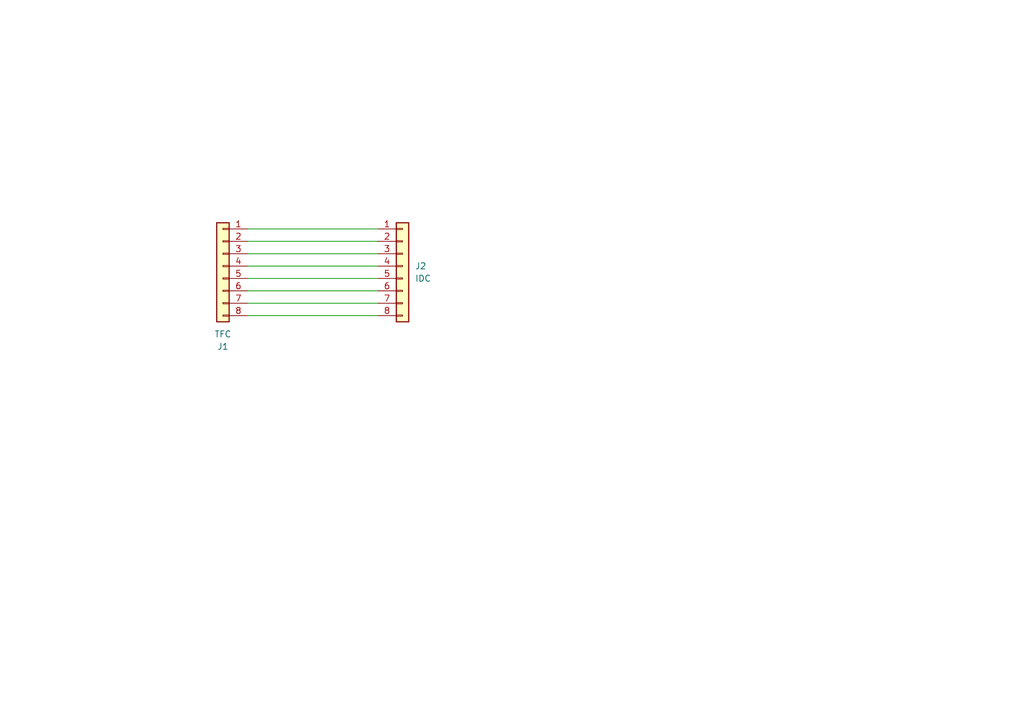
<source format=kicad_sch>
(kicad_sch (version 20250114) (generator "eeschema") (generator_version "9.0")
  (paper "A5")
  (title_block (title "8-pin TFC to IDC") (date "27/Jul/2025") (rev "WIP") (company "Brett Hallen") (comment 1 "www.youtube.com/@Brfff"))
  (lib_symbols
    (symbol "Connector_Generic:Conn_01x08" (pin_names (offset 1.016) (hide yes))
      (property "Reference" "J" (at 0 10.16 0))
      (property "Value" "Conn_01x08" (at 0 -12.7 0))
      (symbol "Conn_01x08_1_1"
        (rectangle (start -1.27 8.89) (end 1.27 -11.43) (stroke (width 0.254)) (fill (type background)))
        (rectangle (start -1.27 7.747) (end 0 7.493) (stroke (width 0.1524)))
        (rectangle (start -1.27 5.207) (end 0 4.953) (stroke (width 0.1524)))
        (rectangle (start -1.27 2.667) (end 0 2.413) (stroke (width 0.1524)))
        (rectangle (start -1.27 0.127) (end 0 -0.127) (stroke (width 0.1524)))
        (rectangle (start -1.27 -2.413) (end 0 -2.667) (stroke (width 0.1524)))
        (rectangle (start -1.27 -4.953) (end 0 -5.207) (stroke (width 0.1524)))
        (rectangle (start -1.27 -7.493) (end 0 -7.747) (stroke (width 0.1524)))
        (rectangle (start -1.27 -10.033) (end 0 -10.287) (stroke (width 0.1524)))
        (pin passive line (at -5.08 7.62 0) (length 3.81) (name "Pin_1") (number "1"))
        (pin passive line (at -5.08 5.08 0) (length 3.81) (name "Pin_2") (number "2"))
        (pin passive line (at -5.08 2.54 0) (length 3.81) (name "Pin_3") (number "3"))
        (pin passive line (at -5.08 0 0) (length 3.81) (name "Pin_4") (number "4"))
        (pin passive line (at -5.08 -2.54 0) (length 3.81) (name "Pin_5") (number "5"))
        (pin passive line (at -5.08 -5.08 0) (length 3.81) (name "Pin_6") (number "6"))
        (pin passive line (at -5.08 -7.62 0) (length 3.81) (name "Pin_7") (number "7"))
        (pin passive line (at -5.08 -10.16 0) (length 3.81) (name "Pin_8") (number "8"))
      )
    )
  )
  (wire (pts (xy 50.8 64.77) (xy 77.47 64.77)))
  (wire (pts (xy 50.8 59.69) (xy 77.47 59.69)))
  (wire (pts (xy 50.8 46.99) (xy 77.47 46.99)))
  (wire (pts (xy 50.8 62.23) (xy 77.47 62.23)))
  (wire (pts (xy 50.8 54.61) (xy 77.47 54.61)))
  (wire (pts (xy 50.8 57.15) (xy 77.47 57.15)))
  (wire (pts (xy 50.8 52.07) (xy 77.47 52.07)))
  (wire (pts (xy 50.8 49.53) (xy 77.47 49.53)))
  (symbol (lib_id "Connector_Generic:Conn_01x08") (at 82.55 54.61 0) (unit 1)
    (property "Reference" "J2" (at 85.09 54.6099 0) (effects (justify left)))
    (property "Value" "IDC" (at 85.09 57.1499 0) (effects (justify left)))
    (property "Footprint" "Connector_PinHeader_2.54mm:PinHeader_1x08_P2.54mm_Vertical" (effects (hide yes)))
    (property "Description" "Generic connector, single row, 01x08, script generated (kicad-library-utils/schlib/autogen/connector/)" (effects (hide yes)))
  )
  (symbol (lib_id "Connector_Generic:Conn_01x08") (at 45.72 54.61 0) (mirror y) (unit 1)
    (property "Reference" "J1" (at 45.72 71.12 0))
    (property "Value" "TFC" (at 45.72 68.58 0))
    (property "Footprint" "Clueless_Engineer:TFC_8-pin" (effects (hide yes)))
    (property "Description" "Generic connector, single row, 01x08, script generated (kicad-library-utils/schlib/autogen/connector/)" (effects (hide yes)))
  )
)
</source>
